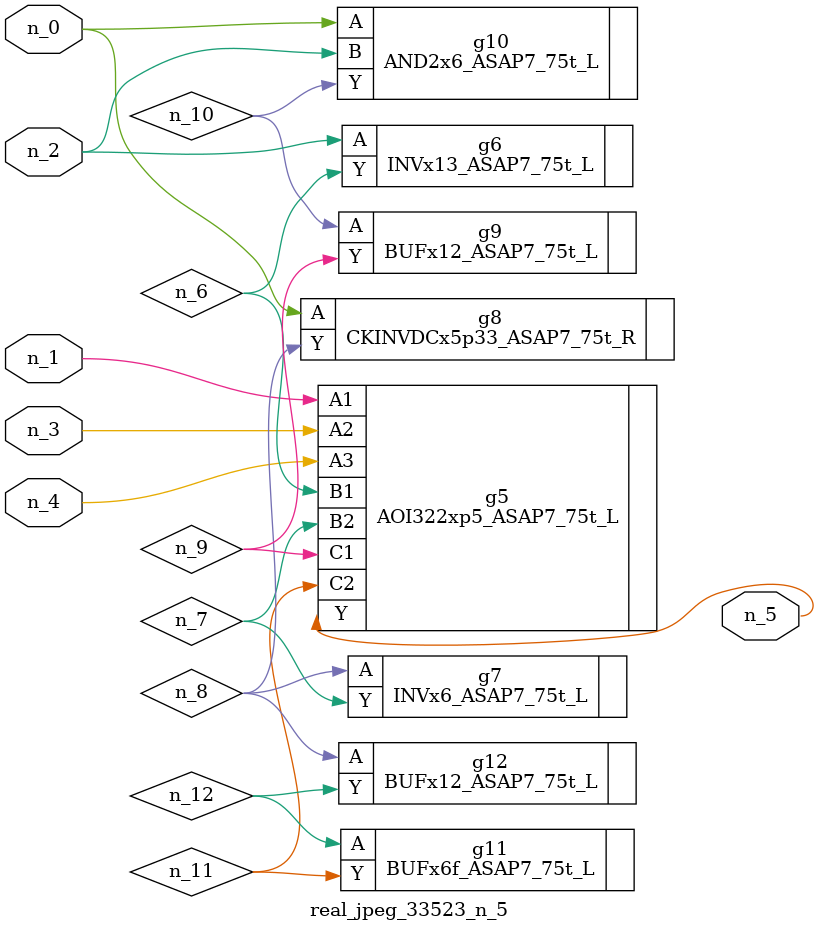
<source format=v>
module real_jpeg_33523_n_5 (n_4, n_0, n_1, n_2, n_3, n_5);

input n_4;
input n_0;
input n_1;
input n_2;
input n_3;

output n_5;

wire n_12;
wire n_8;
wire n_11;
wire n_6;
wire n_7;
wire n_10;
wire n_9;

CKINVDCx5p33_ASAP7_75t_R g8 ( 
.A(n_0),
.Y(n_8)
);

AND2x6_ASAP7_75t_L g10 ( 
.A(n_0),
.B(n_2),
.Y(n_10)
);

AOI322xp5_ASAP7_75t_L g5 ( 
.A1(n_1),
.A2(n_3),
.A3(n_4),
.B1(n_6),
.B2(n_7),
.C1(n_9),
.C2(n_11),
.Y(n_5)
);

INVx13_ASAP7_75t_L g6 ( 
.A(n_2),
.Y(n_6)
);

INVx6_ASAP7_75t_L g7 ( 
.A(n_8),
.Y(n_7)
);

BUFx12_ASAP7_75t_L g12 ( 
.A(n_8),
.Y(n_12)
);

BUFx12_ASAP7_75t_L g9 ( 
.A(n_10),
.Y(n_9)
);

BUFx6f_ASAP7_75t_L g11 ( 
.A(n_12),
.Y(n_11)
);


endmodule
</source>
